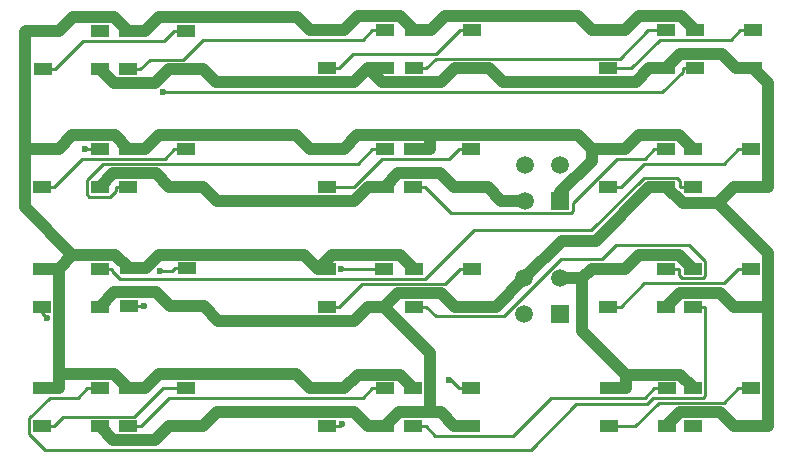
<source format=gbr>
G04 #@! TF.GenerationSoftware,KiCad,Pcbnew,(5.1.6)-1*
G04 #@! TF.CreationDate,2020-11-24T12:42:45+11:00*
G04 #@! TF.ProjectId,Caution_Light_Panel,43617574-696f-46e5-9f4c-696768745f50,rev?*
G04 #@! TF.SameCoordinates,Original*
G04 #@! TF.FileFunction,Copper,L1,Top*
G04 #@! TF.FilePolarity,Positive*
%FSLAX46Y46*%
G04 Gerber Fmt 4.6, Leading zero omitted, Abs format (unit mm)*
G04 Created by KiCad (PCBNEW (5.1.6)-1) date 2020-11-24 12:42:45*
%MOMM*%
%LPD*%
G01*
G04 APERTURE LIST*
G04 #@! TA.AperFunction,SMDPad,CuDef*
%ADD10R,1.500000X1.000000*%
G04 #@! TD*
G04 #@! TA.AperFunction,ComponentPad*
%ADD11C,1.520000*%
G04 #@! TD*
G04 #@! TA.AperFunction,ComponentPad*
%ADD12R,1.520000X1.520000*%
G04 #@! TD*
G04 #@! TA.AperFunction,ViaPad*
%ADD13C,0.600000*%
G04 #@! TD*
G04 #@! TA.AperFunction,Conductor*
%ADD14C,1.000000*%
G04 #@! TD*
G04 #@! TA.AperFunction,Conductor*
%ADD15C,0.228600*%
G04 #@! TD*
G04 APERTURE END LIST*
D10*
X172505000Y-73228400D03*
X172505000Y-76428400D03*
X177405000Y-73228400D03*
X177405000Y-76428400D03*
D11*
X158061001Y-94234001D03*
X158061001Y-97234000D03*
X161061000Y-94234001D03*
D12*
X161061000Y-97234000D03*
D11*
X158112001Y-84658201D03*
X158112001Y-87658200D03*
X161112000Y-84658201D03*
D12*
X161112000Y-87658200D03*
D10*
X172316000Y-103556000D03*
X172316000Y-106756000D03*
X177216000Y-103556000D03*
X177216000Y-106756000D03*
X165215000Y-103556000D03*
X165215000Y-106756000D03*
X170115000Y-103556000D03*
X170115000Y-106756000D03*
X148680000Y-103556000D03*
X148680000Y-106756000D03*
X153580000Y-103556000D03*
X153580000Y-106756000D03*
X141339000Y-103556000D03*
X141339000Y-106756000D03*
X146239000Y-103556000D03*
X146239000Y-106756000D03*
X124536000Y-103530000D03*
X124536000Y-106730000D03*
X129436000Y-103530000D03*
X129436000Y-106730000D03*
X117198000Y-103530000D03*
X117198000Y-106730000D03*
X122098000Y-103530000D03*
X122098000Y-106730000D03*
X172339000Y-93421200D03*
X172339000Y-96621200D03*
X177239000Y-93421200D03*
X177239000Y-96621200D03*
X165190000Y-93421400D03*
X165190000Y-96621400D03*
X170090000Y-93421400D03*
X170090000Y-96621400D03*
X148731000Y-93446800D03*
X148731000Y-96646800D03*
X153631000Y-93446800D03*
X153631000Y-96646800D03*
X141326000Y-93446600D03*
X141326000Y-96646600D03*
X146226000Y-93446600D03*
X146226000Y-96646600D03*
X124589000Y-93395800D03*
X124589000Y-96595800D03*
X129489000Y-93395800D03*
X129489000Y-96595800D03*
X117198000Y-93421200D03*
X117198000Y-96621200D03*
X122098000Y-93421200D03*
X122098000Y-96621200D03*
X172327000Y-83312200D03*
X172327000Y-86512200D03*
X177227000Y-83312200D03*
X177227000Y-86512200D03*
X165190000Y-83312200D03*
X165190000Y-86512200D03*
X170090000Y-83312200D03*
X170090000Y-86512200D03*
X148643000Y-83312000D03*
X148643000Y-86512000D03*
X153543000Y-83312000D03*
X153543000Y-86512000D03*
X141328000Y-83312000D03*
X141328000Y-86512000D03*
X146228000Y-83312000D03*
X146228000Y-86512000D03*
X124550000Y-83312200D03*
X124550000Y-86512200D03*
X129450000Y-83312200D03*
X129450000Y-86512200D03*
X117198000Y-83312000D03*
X117198000Y-86512000D03*
X122098000Y-83312000D03*
X122098000Y-86512000D03*
X165190000Y-73228400D03*
X165190000Y-76428400D03*
X170090000Y-73228400D03*
X170090000Y-76428400D03*
X148731000Y-73228400D03*
X148731000Y-76428400D03*
X153631000Y-73228400D03*
X153631000Y-76428400D03*
X141339000Y-73228400D03*
X141339000Y-76428400D03*
X146239000Y-73228400D03*
X146239000Y-76428400D03*
X124513000Y-73304400D03*
X124513000Y-76504400D03*
X129413000Y-73304400D03*
X129413000Y-76504400D03*
X117272000Y-73304400D03*
X117272000Y-76504400D03*
X122172000Y-73304400D03*
X122172000Y-76504400D03*
D13*
X127432000Y-78440600D03*
X120855800Y-83312000D03*
X127176800Y-93588400D03*
X117623300Y-97621500D03*
X142555500Y-93479700D03*
X125825800Y-96595800D03*
X151719100Y-102839000D03*
X142610900Y-106602200D03*
D14*
X177227000Y-86512200D02*
X175798900Y-86512200D01*
X174427200Y-87883900D02*
X175798900Y-86512200D01*
X170090000Y-86512200D02*
X171461700Y-87883900D01*
X171461700Y-87883900D02*
X174427200Y-87883900D01*
X178667100Y-96621200D02*
X178667100Y-92123800D01*
X178667100Y-92123800D02*
X174427200Y-87883900D01*
X153543000Y-86512000D02*
X152114900Y-86512000D01*
X158061000Y-94234000D02*
X155648200Y-96646800D01*
X155648200Y-96646800D02*
X153631000Y-96646800D01*
X168661900Y-86512200D02*
X164109000Y-91065100D01*
X164109000Y-91065100D02*
X161229900Y-91065100D01*
X161229900Y-91065100D02*
X158061000Y-94234000D01*
X144810900Y-76428400D02*
X145989000Y-77606500D01*
X145989000Y-77606500D02*
X151024800Y-77606500D01*
X151024800Y-77606500D02*
X152202900Y-76428400D01*
X153631000Y-76428400D02*
X152202900Y-76428400D01*
X130841100Y-76504400D02*
X131943200Y-77606500D01*
X131943200Y-77606500D02*
X143632800Y-77606500D01*
X143632800Y-77606500D02*
X144810900Y-76428400D01*
X153631000Y-76428400D02*
X155059100Y-76428400D01*
X170090000Y-76428400D02*
X168661900Y-76428400D01*
X168661900Y-76428400D02*
X167483800Y-77606500D01*
X167483800Y-77606500D02*
X156237200Y-77606500D01*
X156237200Y-77606500D02*
X155059100Y-76428400D01*
X175976900Y-76428400D02*
X174798800Y-75250300D01*
X174798800Y-75250300D02*
X171268100Y-75250300D01*
X171268100Y-75250300D02*
X170090000Y-76428400D01*
X146239000Y-76428400D02*
X144810900Y-76428400D01*
X129413000Y-76504400D02*
X130841100Y-76504400D01*
X128699000Y-76504400D02*
X129413000Y-76504400D01*
X128699000Y-76504400D02*
X127984900Y-76504400D01*
X129450000Y-86512200D02*
X130878100Y-86512200D01*
X146228000Y-86512000D02*
X144799900Y-86512000D01*
X144799900Y-86512000D02*
X143621700Y-87690200D01*
X143621700Y-87690200D02*
X132056100Y-87690200D01*
X132056100Y-87690200D02*
X130878100Y-86512200D01*
X152114900Y-86512000D02*
X150936700Y-85333800D01*
X150936700Y-85333800D02*
X147406200Y-85333800D01*
X147406200Y-85333800D02*
X146228000Y-86512000D01*
X127984900Y-76504400D02*
X126806700Y-77682600D01*
X126806700Y-77682600D02*
X123350200Y-77682600D01*
X123350200Y-77682600D02*
X122172000Y-76504400D01*
X177227000Y-86512200D02*
X178655100Y-86512200D01*
X178655100Y-86512200D02*
X178655100Y-77678500D01*
X178655100Y-77678500D02*
X177405000Y-76428400D01*
X177239000Y-96621200D02*
X175810900Y-96621200D01*
X170090000Y-96621400D02*
X171268300Y-95443100D01*
X171268300Y-95443100D02*
X174632800Y-95443100D01*
X174632800Y-95443100D02*
X175810900Y-96621200D01*
X178667100Y-96621200D02*
X178667100Y-106733000D01*
X178667100Y-106733000D02*
X178644100Y-106756000D01*
X177239000Y-96621200D02*
X178667100Y-96621200D01*
X177216000Y-106756000D02*
X178644100Y-106756000D01*
X176502000Y-106756000D02*
X177216000Y-106756000D01*
X176502000Y-106756000D02*
X175787900Y-106756000D01*
X176896500Y-76428400D02*
X177405000Y-76428400D01*
X170090000Y-86512200D02*
X168661900Y-86512200D01*
X176896500Y-76428400D02*
X175976900Y-76428400D01*
X170115000Y-106756000D02*
X170115000Y-106682200D01*
X170115000Y-106682200D02*
X171219300Y-105577900D01*
X171219300Y-105577900D02*
X174609800Y-105577900D01*
X174609800Y-105577900D02*
X175787900Y-106756000D01*
X153631000Y-96646800D02*
X152202900Y-96646800D01*
X152202900Y-96646800D02*
X151024800Y-95468700D01*
X151024800Y-95468700D02*
X147403900Y-95468700D01*
X147403900Y-95468700D02*
X146226000Y-96646600D01*
X146239000Y-106756000D02*
X144810900Y-106756000D01*
X144810900Y-106756000D02*
X143632800Y-105577900D01*
X143632800Y-105577900D02*
X132016200Y-105577900D01*
X132016200Y-105577900D02*
X130864100Y-106730000D01*
X129436000Y-106730000D02*
X130864100Y-106730000D01*
X150108200Y-105577900D02*
X147417100Y-105577900D01*
X147417100Y-105577900D02*
X146239000Y-106756000D01*
X146226000Y-96646600D02*
X144797900Y-96646600D01*
X129489000Y-96595800D02*
X130917100Y-96595800D01*
X130917100Y-96595800D02*
X132146000Y-97824700D01*
X132146000Y-97824700D02*
X143619800Y-97824700D01*
X143619800Y-97824700D02*
X144797900Y-96646600D01*
X128775000Y-96595800D02*
X129489000Y-96595800D01*
X152151900Y-106756000D02*
X150973800Y-105577900D01*
X150973800Y-105577900D02*
X150108200Y-105577900D01*
X146226000Y-96646600D02*
X150108200Y-100528800D01*
X150108200Y-100528800D02*
X150108200Y-105577900D01*
X153543000Y-86512000D02*
X154971100Y-86512000D01*
X158112000Y-87658200D02*
X156117300Y-87658200D01*
X156117300Y-87658200D02*
X154971100Y-86512000D01*
X128736000Y-86512200D02*
X129450000Y-86512200D01*
X128775000Y-96595800D02*
X128060900Y-96595800D01*
X128722000Y-106730000D02*
X129436000Y-106730000D01*
X128722000Y-106730000D02*
X128007900Y-106730000D01*
X122098000Y-106730000D02*
X123276100Y-107908100D01*
X123276100Y-107908100D02*
X126829800Y-107908100D01*
X126829800Y-107908100D02*
X128007900Y-106730000D01*
X153580000Y-106756000D02*
X152151900Y-106756000D01*
X122098000Y-96621200D02*
X123301500Y-95417700D01*
X123301500Y-95417700D02*
X126882800Y-95417700D01*
X126882800Y-95417700D02*
X128060900Y-96595800D01*
X128736000Y-86512200D02*
X128021900Y-86512200D01*
X122098000Y-86512000D02*
X123275900Y-85334100D01*
X123275900Y-85334100D02*
X126843800Y-85334100D01*
X126843800Y-85334100D02*
X128021900Y-86512200D01*
X165190000Y-73228400D02*
X166618100Y-73228400D01*
X166618100Y-73228400D02*
X167796200Y-72050300D01*
X167796200Y-72050300D02*
X171326900Y-72050300D01*
X171326900Y-72050300D02*
X172505000Y-73228400D01*
X164476000Y-73228400D02*
X165190000Y-73228400D01*
X148643000Y-83312000D02*
X150071100Y-83312000D01*
X150071100Y-82133900D02*
X143934200Y-82133900D01*
X143934200Y-82133900D02*
X142756100Y-83312000D01*
X150071100Y-83312000D02*
X150071100Y-82133900D01*
X163761900Y-83312200D02*
X162583600Y-82133900D01*
X162583600Y-82133900D02*
X150071100Y-82133900D01*
X161112000Y-86939100D02*
X163761900Y-84289200D01*
X163761900Y-84289200D02*
X163761900Y-83312200D01*
X166643100Y-102377000D02*
X162949300Y-98683200D01*
X162949300Y-98683200D02*
X162949300Y-94234000D01*
X166643100Y-103556000D02*
X166643100Y-102377000D01*
X166643100Y-102377000D02*
X171236800Y-102377000D01*
X171236800Y-102377000D02*
X172316000Y-103456200D01*
X172316000Y-103456200D02*
X172316000Y-103556000D01*
X162949300Y-94234000D02*
X163761900Y-93421400D01*
X161061000Y-94234000D02*
X162949300Y-94234000D01*
X165190000Y-93421400D02*
X163761900Y-93421400D01*
X118626100Y-102342500D02*
X118626100Y-103530000D01*
X118626100Y-93421200D02*
X118626100Y-102342500D01*
X118626100Y-102342500D02*
X123348500Y-102342500D01*
X123348500Y-102342500D02*
X124536000Y-103530000D01*
X119804300Y-92243000D02*
X118626100Y-93421200D01*
X117198000Y-103530000D02*
X118626100Y-103530000D01*
X125978100Y-83312200D02*
X127156300Y-82134000D01*
X127156300Y-82134000D02*
X138721900Y-82134000D01*
X138721900Y-82134000D02*
X139899900Y-83312000D01*
X165215000Y-103556000D02*
X166643100Y-103556000D01*
X124513000Y-73304400D02*
X125941100Y-73304400D01*
X125941100Y-73304400D02*
X127119200Y-72126300D01*
X127119200Y-72126300D02*
X138808800Y-72126300D01*
X138808800Y-72126300D02*
X139910900Y-73228400D01*
X141339000Y-73228400D02*
X139910900Y-73228400D01*
X118700100Y-73304400D02*
X119878300Y-72126200D01*
X119878300Y-72126200D02*
X123334800Y-72126200D01*
X123334800Y-72126200D02*
X124513000Y-73304400D01*
X141339000Y-73228400D02*
X142767100Y-73228400D01*
X142767100Y-73228400D02*
X143945200Y-72050300D01*
X143945200Y-72050300D02*
X147552900Y-72050300D01*
X147552900Y-72050300D02*
X148731000Y-73228400D01*
X124550000Y-83312200D02*
X125978100Y-83312200D01*
X141328000Y-83312000D02*
X139899900Y-83312000D01*
X118626100Y-83312000D02*
X119804300Y-82133800D01*
X119804300Y-82133800D02*
X123371600Y-82133800D01*
X123371600Y-82133800D02*
X124550000Y-83312200D01*
X141328000Y-83312000D02*
X142756100Y-83312000D01*
X124589000Y-93395800D02*
X126017100Y-93395800D01*
X140612000Y-93446600D02*
X139383100Y-92217700D01*
X139383100Y-92217700D02*
X127121400Y-92217700D01*
X127121400Y-92217700D02*
X126017100Y-93322000D01*
X126017100Y-93322000D02*
X126017100Y-93395800D01*
X140612000Y-93446600D02*
X141790200Y-92268400D01*
X141790200Y-92268400D02*
X147552600Y-92268400D01*
X147552600Y-92268400D02*
X148731000Y-93446800D01*
X124589000Y-93395800D02*
X123436200Y-92243000D01*
X123436200Y-92243000D02*
X119804300Y-92243000D01*
X117272000Y-73304400D02*
X115843900Y-73304400D01*
X115769900Y-83312000D02*
X115769900Y-73378400D01*
X115769900Y-73378400D02*
X115843900Y-73304400D01*
X119804300Y-92243000D02*
X115769900Y-88208600D01*
X115769900Y-88208600D02*
X115769900Y-83312000D01*
X164476000Y-73228400D02*
X163761900Y-73228400D01*
X150159100Y-73228400D02*
X151337300Y-72050200D01*
X151337300Y-72050200D02*
X162583700Y-72050200D01*
X162583700Y-72050200D02*
X163761900Y-73228400D01*
X172339000Y-93421200D02*
X171161100Y-92243300D01*
X171161100Y-92243300D02*
X167796200Y-92243300D01*
X167796200Y-92243300D02*
X166618100Y-93421400D01*
X165190000Y-83312200D02*
X163761900Y-83312200D01*
X165190000Y-83312200D02*
X166618100Y-83312200D01*
X166618100Y-83312200D02*
X167796200Y-82134100D01*
X167796200Y-82134100D02*
X171148900Y-82134100D01*
X171148900Y-82134100D02*
X172327000Y-83312200D01*
X161112000Y-87658200D02*
X161112000Y-86939100D01*
X141326000Y-93446600D02*
X140612000Y-93446600D01*
X125964100Y-103530000D02*
X127151600Y-102342500D01*
X127151600Y-102342500D02*
X138697400Y-102342500D01*
X138697400Y-102342500D02*
X139910900Y-103556000D01*
X124536000Y-103530000D02*
X125964100Y-103530000D01*
X141339000Y-103556000D02*
X139910900Y-103556000D01*
X117272000Y-73304400D02*
X118700100Y-73304400D01*
X142767100Y-103556000D02*
X143945300Y-102377800D01*
X143945300Y-102377800D02*
X147501800Y-102377800D01*
X147501800Y-102377800D02*
X148680000Y-103556000D01*
X141339000Y-103556000D02*
X142767100Y-103556000D01*
X165190000Y-93421400D02*
X166618100Y-93421400D01*
X117198000Y-83312000D02*
X115769900Y-83312000D01*
X117198000Y-93421200D02*
X118626100Y-93421200D01*
X117198000Y-83312000D02*
X118626100Y-83312000D01*
X148731000Y-73228400D02*
X150159100Y-73228400D01*
D15*
X129413000Y-73304400D02*
X128370600Y-73304400D01*
X117272000Y-76504400D02*
X118314400Y-76504400D01*
X118314400Y-76504400D02*
X120722000Y-74096800D01*
X120722000Y-74096800D02*
X127578200Y-74096800D01*
X127578200Y-74096800D02*
X128370600Y-73304400D01*
X146239000Y-73228400D02*
X145196600Y-73228400D01*
X124513000Y-76504400D02*
X125555400Y-76504400D01*
X125555400Y-76504400D02*
X126347800Y-75712000D01*
X126347800Y-75712000D02*
X129201300Y-75712000D01*
X129201300Y-75712000D02*
X130892500Y-74020800D01*
X130892500Y-74020800D02*
X144404200Y-74020800D01*
X144404200Y-74020800D02*
X145196600Y-73228400D01*
X153631000Y-73228400D02*
X152588600Y-73228400D01*
X141339000Y-76428400D02*
X142381400Y-76428400D01*
X142381400Y-76428400D02*
X143580600Y-75229200D01*
X143580600Y-75229200D02*
X150587800Y-75229200D01*
X150587800Y-75229200D02*
X152588600Y-73228400D01*
X148731000Y-76428400D02*
X149773400Y-76428400D01*
X149773400Y-76428400D02*
X150565800Y-75636000D01*
X150565800Y-75636000D02*
X166138400Y-75636000D01*
X166138400Y-75636000D02*
X168546000Y-73228400D01*
X168546000Y-73228400D02*
X170090000Y-73228400D01*
X177405000Y-73228400D02*
X176362600Y-73228400D01*
X165190000Y-76428400D02*
X167135500Y-76428400D01*
X167135500Y-76428400D02*
X169543100Y-74020800D01*
X169543100Y-74020800D02*
X175570200Y-74020800D01*
X175570200Y-74020800D02*
X176362600Y-73228400D01*
X122098000Y-83312000D02*
X120855800Y-83312000D01*
X171462600Y-76428400D02*
X171462600Y-76725500D01*
X171462600Y-76725500D02*
X169747500Y-78440600D01*
X169747500Y-78440600D02*
X127432000Y-78440600D01*
X172505000Y-76428400D02*
X171462600Y-76428400D01*
X129450000Y-83312200D02*
X128407600Y-83312200D01*
X117198000Y-86512000D02*
X118240400Y-86512000D01*
X118240400Y-86512000D02*
X120647800Y-84104600D01*
X120647800Y-84104600D02*
X127615200Y-84104600D01*
X127615200Y-84104600D02*
X128407600Y-83312200D01*
X146228000Y-83312000D02*
X145185600Y-83312000D01*
X124550000Y-86512200D02*
X123507600Y-86512200D01*
X123507600Y-86512200D02*
X123507600Y-86809400D01*
X123507600Y-86809400D02*
X123012500Y-87304500D01*
X123012500Y-87304500D02*
X121226900Y-87304500D01*
X121226900Y-87304500D02*
X121037500Y-87115100D01*
X121037500Y-87115100D02*
X121037500Y-85897800D01*
X121037500Y-85897800D02*
X122423800Y-84511500D01*
X122423800Y-84511500D02*
X143986100Y-84511500D01*
X143986100Y-84511500D02*
X145185600Y-83312000D01*
X153543000Y-83312000D02*
X152500600Y-83312000D01*
X141328000Y-86512000D02*
X143630600Y-86512000D01*
X143630600Y-86512000D02*
X146038200Y-84104400D01*
X146038200Y-84104400D02*
X151708200Y-84104400D01*
X151708200Y-84104400D02*
X152500600Y-83312000D01*
X170090000Y-83312200D02*
X169047600Y-83312200D01*
X148643000Y-86512000D02*
X149685400Y-86512000D01*
X149685400Y-86512000D02*
X151884100Y-88710700D01*
X151884100Y-88710700D02*
X162002500Y-88710700D01*
X162002500Y-88710700D02*
X162164500Y-88548700D01*
X162164500Y-88548700D02*
X162164500Y-87850800D01*
X162164500Y-87850800D02*
X165910700Y-84104600D01*
X165910700Y-84104600D02*
X168255200Y-84104600D01*
X168255200Y-84104600D02*
X169047600Y-83312200D01*
X166232400Y-86512200D02*
X168203000Y-84541600D01*
X168203000Y-84541600D02*
X174955200Y-84541600D01*
X174955200Y-84541600D02*
X176184600Y-83312200D01*
X177227000Y-83312200D02*
X176184600Y-83312200D01*
X165190000Y-86512200D02*
X166232400Y-86512200D01*
X172327000Y-86512200D02*
X171284600Y-86512200D01*
X122098000Y-93421200D02*
X123140400Y-93421200D01*
X123140400Y-93421200D02*
X123140400Y-93619300D01*
X123140400Y-93619300D02*
X123790500Y-94269400D01*
X123790500Y-94269400D02*
X149667500Y-94269400D01*
X149667500Y-94269400D02*
X153779400Y-90157500D01*
X153779400Y-90157500D02*
X163742200Y-90157500D01*
X163742200Y-90157500D02*
X168179900Y-85719800D01*
X168179900Y-85719800D02*
X170987500Y-85719800D01*
X170987500Y-85719800D02*
X171284600Y-86016900D01*
X171284600Y-86016900D02*
X171284600Y-86512200D01*
X117198000Y-96621200D02*
X117198000Y-97196200D01*
X117198000Y-97196200D02*
X117623300Y-97621500D01*
X129489000Y-93395800D02*
X128446600Y-93395800D01*
X127176800Y-93588400D02*
X128254000Y-93588400D01*
X128254000Y-93588400D02*
X128446600Y-93395800D01*
X125631400Y-96595800D02*
X125825800Y-96595800D01*
X124589000Y-96595800D02*
X125631400Y-96595800D01*
X145183600Y-93446600D02*
X145150500Y-93479700D01*
X145150500Y-93479700D02*
X142555500Y-93479700D01*
X146226000Y-93446600D02*
X145183600Y-93446600D01*
X153631000Y-93446800D02*
X152588600Y-93446800D01*
X141326000Y-96646600D02*
X142368400Y-96646600D01*
X142368400Y-96646600D02*
X144338800Y-94676200D01*
X144338800Y-94676200D02*
X151359200Y-94676200D01*
X151359200Y-94676200D02*
X152588600Y-93446800D01*
X170090000Y-93421400D02*
X171132400Y-93421400D01*
X148731000Y-96646800D02*
X149773400Y-96646800D01*
X149773400Y-96646800D02*
X150565900Y-97439300D01*
X150565900Y-97439300D02*
X156367100Y-97439300D01*
X156367100Y-97439300D02*
X161177500Y-92628900D01*
X161177500Y-92628900D02*
X164642500Y-92628900D01*
X164642500Y-92628900D02*
X165820600Y-91450800D01*
X165820600Y-91450800D02*
X172032200Y-91450800D01*
X172032200Y-91450800D02*
X173381500Y-92800100D01*
X173381500Y-92800100D02*
X173381500Y-94042600D01*
X173381500Y-94042600D02*
X173210400Y-94213700D01*
X173210400Y-94213700D02*
X171429500Y-94213700D01*
X171429500Y-94213700D02*
X171132400Y-93916600D01*
X171132400Y-93916600D02*
X171132400Y-93421400D01*
X177239000Y-93421200D02*
X176196600Y-93421200D01*
X165190000Y-96621400D02*
X166232400Y-96621400D01*
X166232400Y-96621400D02*
X168203200Y-94650600D01*
X168203200Y-94650600D02*
X174967200Y-94650600D01*
X174967200Y-94650600D02*
X176196600Y-93421200D01*
X122098000Y-103530000D02*
X121055600Y-103530000D01*
X172339000Y-96621200D02*
X173381400Y-96621200D01*
X173381400Y-96621200D02*
X173381400Y-104157900D01*
X173381400Y-104157900D02*
X173190900Y-104348400D01*
X173190900Y-104348400D02*
X168975100Y-104348400D01*
X168975100Y-104348400D02*
X168439900Y-104883600D01*
X168439900Y-104883600D02*
X162471100Y-104883600D01*
X162471100Y-104883600D02*
X158619000Y-108735700D01*
X158619000Y-108735700D02*
X117469100Y-108735700D01*
X117469100Y-108735700D02*
X116155500Y-107422100D01*
X116155500Y-107422100D02*
X116155500Y-106049500D01*
X116155500Y-106049500D02*
X117882600Y-104322400D01*
X117882600Y-104322400D02*
X120263200Y-104322400D01*
X120263200Y-104322400D02*
X121055600Y-103530000D01*
X117198000Y-106730000D02*
X118240400Y-106730000D01*
X118240400Y-106730000D02*
X119032800Y-105937600D01*
X119032800Y-105937600D02*
X125032900Y-105937600D01*
X125032900Y-105937600D02*
X127440500Y-103530000D01*
X127440500Y-103530000D02*
X129436000Y-103530000D01*
X146239000Y-103556000D02*
X145196600Y-103556000D01*
X124536000Y-106730000D02*
X125578400Y-106730000D01*
X125578400Y-106730000D02*
X127960000Y-104348400D01*
X127960000Y-104348400D02*
X144404200Y-104348400D01*
X144404200Y-104348400D02*
X145196600Y-103556000D01*
X153580000Y-103556000D02*
X152537600Y-103556000D01*
X151719100Y-102839000D02*
X151820600Y-102839000D01*
X151820600Y-102839000D02*
X152537600Y-103556000D01*
X141339000Y-106756000D02*
X142457100Y-106756000D01*
X142457100Y-106756000D02*
X142610900Y-106602200D01*
X169072600Y-103556000D02*
X168280200Y-104348400D01*
X168280200Y-104348400D02*
X160281400Y-104348400D01*
X160281400Y-104348400D02*
X157081400Y-107548400D01*
X157081400Y-107548400D02*
X150514800Y-107548400D01*
X150514800Y-107548400D02*
X149722400Y-106756000D01*
X170115000Y-103556000D02*
X169072600Y-103556000D01*
X148680000Y-106756000D02*
X149722400Y-106756000D01*
X165215000Y-106756000D02*
X167430100Y-106756000D01*
X167430100Y-106756000D02*
X169431000Y-104755100D01*
X169431000Y-104755100D02*
X174974500Y-104755100D01*
X174974500Y-104755100D02*
X176173600Y-103556000D01*
X177216000Y-103556000D02*
X176173600Y-103556000D01*
M02*

</source>
